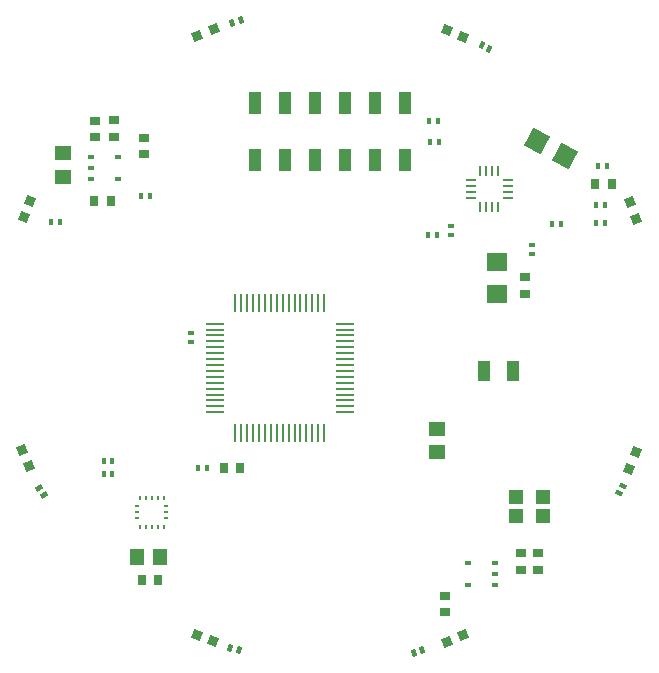
<source format=gbp>
%FSLAX43Y43*%
%MOMM*%
G71*
G01*
G75*
G04 Layer_Color=128*
%ADD10R,0.600X0.400*%
%ADD11R,1.400X1.200*%
%ADD12R,1.300X1.200*%
%ADD13R,0.900X0.800*%
%ADD14R,4.500X4.500*%
%ADD15R,0.280X0.850*%
%ADD16R,0.850X0.280*%
%ADD17R,0.750X2.000*%
%ADD18R,0.800X0.900*%
%ADD19R,0.350X1.000*%
G04:AMPARAMS|DCode=20|XSize=2mm|YSize=1mm|CornerRadius=0.25mm|HoleSize=0mm|Usage=FLASHONLY|Rotation=90.000|XOffset=0mm|YOffset=0mm|HoleType=Round|Shape=RoundedRectangle|*
%AMROUNDEDRECTD20*
21,1,2.000,0.500,0,0,90.0*
21,1,1.500,1.000,0,0,90.0*
1,1,0.500,0.250,0.750*
1,1,0.500,0.250,-0.750*
1,1,0.500,-0.250,-0.750*
1,1,0.500,-0.250,0.750*
%
%ADD20ROUNDEDRECTD20*%
G04:AMPARAMS|DCode=21|XSize=1.5mm|YSize=1mm|CornerRadius=0.25mm|HoleSize=0mm|Usage=FLASHONLY|Rotation=180.000|XOffset=0mm|YOffset=0mm|HoleType=Round|Shape=RoundedRectangle|*
%AMROUNDEDRECTD21*
21,1,1.500,0.500,0,0,180.0*
21,1,1.000,1.000,0,0,180.0*
1,1,0.500,-0.500,0.250*
1,1,0.500,0.500,0.250*
1,1,0.500,0.500,-0.250*
1,1,0.500,-0.500,-0.250*
%
%ADD21ROUNDEDRECTD21*%
%ADD22R,3.200X1.500*%
%ADD23C,0.254*%
%ADD24R,1.350X0.750*%
%ADD25R,0.000X0.750*%
%ADD26R,8.275X0.800*%
%ADD27R,6.096X0.508*%
%ADD28R,3.161X14.453*%
%ADD29R,7.550X1.775*%
%ADD30C,1.200*%
%ADD31C,1.000*%
%ADD32C,0.600*%
%ADD33C,2.000*%
%ADD34R,1.700X1.700*%
%ADD35R,1.000X1.800*%
%ADD36O,1.550X0.250*%
%ADD37O,0.250X1.550*%
%ADD38R,0.250X0.350*%
%ADD39R,0.350X0.250*%
%ADD40R,0.400X0.600*%
%ADD41R,1.000X1.900*%
%ADD42P,1.131X4X337.5*%
%ADD43P,1.131X4X382.5*%
%ADD44P,1.131X4X247.5*%
%ADD45P,1.131X4X292.5*%
%ADD46O,0.850X0.250*%
%ADD47O,0.250X0.850*%
G04:AMPARAMS|DCode=48|XSize=0.4mm|YSize=0.6mm|CornerRadius=0mm|HoleSize=0mm|Usage=FLASHONLY|Rotation=331.875|XOffset=0mm|YOffset=0mm|HoleType=Round|Shape=Rectangle|*
%AMROTATEDRECTD48*
4,1,4,-0.318,-0.170,-0.035,0.359,0.318,0.170,0.035,-0.359,-0.318,-0.170,0.0*
%
%ADD48ROTATEDRECTD48*%

G04:AMPARAMS|DCode=49|XSize=0.4mm|YSize=0.6mm|CornerRadius=0mm|HoleSize=0mm|Usage=FLASHONLY|Rotation=241.875|XOffset=0mm|YOffset=0mm|HoleType=Round|Shape=Rectangle|*
%AMROTATEDRECTD49*
4,1,4,-0.170,0.318,0.359,0.035,0.170,-0.318,-0.359,-0.035,-0.170,0.318,0.0*
%
%ADD49ROTATEDRECTD49*%

G04:AMPARAMS|DCode=50|XSize=0.4mm|YSize=0.6mm|CornerRadius=0mm|HoleSize=0mm|Usage=FLASHONLY|Rotation=196.875|XOffset=0mm|YOffset=0mm|HoleType=Round|Shape=Rectangle|*
%AMROTATEDRECTD50*
4,1,4,0.104,0.345,0.278,-0.229,-0.104,-0.345,-0.278,0.229,0.104,0.345,0.0*
%
%ADD50ROTATEDRECTD50*%

G04:AMPARAMS|DCode=51|XSize=0.4mm|YSize=0.6mm|CornerRadius=0mm|HoleSize=0mm|Usage=FLASHONLY|Rotation=343.125|XOffset=0mm|YOffset=0mm|HoleType=Round|Shape=Rectangle|*
%AMROTATEDRECTD51*
4,1,4,-0.278,-0.229,-0.104,0.345,0.278,0.229,0.104,-0.345,-0.278,-0.229,0.0*
%
%ADD51ROTATEDRECTD51*%

G04:AMPARAMS|DCode=52|XSize=0.4mm|YSize=0.6mm|CornerRadius=0mm|HoleSize=0mm|Usage=FLASHONLY|Rotation=303.750|XOffset=0mm|YOffset=0mm|HoleType=Round|Shape=Rectangle|*
%AMROTATEDRECTD52*
4,1,4,-0.361,-0.000,0.138,0.333,0.361,0.000,-0.138,-0.333,-0.361,-0.000,0.0*
%
%ADD52ROTATEDRECTD52*%

%ADD53R,1.200X1.400*%
%ADD54R,1.700X1.600*%
G04:AMPARAMS|DCode=55|XSize=1.6mm|YSize=1.7mm|CornerRadius=0mm|HoleSize=0mm|Usage=FLASHONLY|Rotation=151.875|XOffset=0mm|YOffset=0mm|HoleType=Round|Shape=Rectangle|*
%AMROTATEDRECTD55*
4,1,4,1.106,0.373,0.305,-1.127,-1.106,-0.373,-0.305,1.127,1.106,0.373,0.0*
%
%ADD55ROTATEDRECTD55*%

%ADD56R,0.025X0.025*%
%ADD57R,0.803X0.603*%
%ADD58R,1.603X1.403*%
%ADD59R,1.503X1.403*%
%ADD60R,1.103X1.003*%
%ADD61R,0.030X0.030*%
%ADD62R,0.483X1.053*%
%ADD63R,1.053X0.483*%
%ADD64R,0.953X2.203*%
%ADD65R,1.003X1.103*%
%ADD66R,0.553X1.203*%
G04:AMPARAMS|DCode=67|XSize=2.203mm|YSize=1.203mm|CornerRadius=0.352mm|HoleSize=0mm|Usage=FLASHONLY|Rotation=90.000|XOffset=0mm|YOffset=0mm|HoleType=Round|Shape=RoundedRectangle|*
%AMROUNDEDRECTD67*
21,1,2.203,0.500,0,0,90.0*
21,1,1.500,1.203,0,0,90.0*
1,1,0.703,0.250,0.750*
1,1,0.703,0.250,-0.750*
1,1,0.703,-0.250,-0.750*
1,1,0.703,-0.250,0.750*
%
%ADD67ROUNDEDRECTD67*%
G04:AMPARAMS|DCode=68|XSize=1.703mm|YSize=1.203mm|CornerRadius=0.352mm|HoleSize=0mm|Usage=FLASHONLY|Rotation=180.000|XOffset=0mm|YOffset=0mm|HoleType=Round|Shape=RoundedRectangle|*
%AMROUNDEDRECTD68*
21,1,1.703,0.500,0,0,180.0*
21,1,1.000,1.203,0,0,180.0*
1,1,0.703,-0.500,0.250*
1,1,0.703,0.500,0.250*
1,1,0.703,0.500,-0.250*
1,1,0.703,-0.500,-0.250*
%
%ADD68ROUNDEDRECTD68*%
%ADD69R,3.403X1.703*%
%ADD70C,1.403*%
%ADD71C,1.203*%
%ADD72C,0.803*%
%ADD73C,2.203*%
%ADD74R,1.203X2.003*%
%ADD75O,1.753X0.453*%
%ADD76O,0.453X1.753*%
%ADD77R,0.453X0.553*%
%ADD78R,0.553X0.453*%
%ADD79R,0.603X0.803*%
%ADD80R,1.203X2.103*%
%ADD81P,1.419X4X337.5*%
%ADD82P,1.419X4X382.5*%
%ADD83P,1.419X4X247.5*%
%ADD84P,1.419X4X292.5*%
%ADD85O,1.053X0.453*%
%ADD86O,0.453X1.053*%
G04:AMPARAMS|DCode=87|XSize=0.603mm|YSize=0.803mm|CornerRadius=0mm|HoleSize=0mm|Usage=FLASHONLY|Rotation=331.875|XOffset=0mm|YOffset=0mm|HoleType=Round|Shape=Rectangle|*
%AMROTATEDRECTD87*
4,1,4,-0.455,-0.212,-0.077,0.496,0.455,0.212,0.077,-0.496,-0.455,-0.212,0.0*
%
%ADD87ROTATEDRECTD87*%

G04:AMPARAMS|DCode=88|XSize=0.603mm|YSize=0.803mm|CornerRadius=0mm|HoleSize=0mm|Usage=FLASHONLY|Rotation=241.875|XOffset=0mm|YOffset=0mm|HoleType=Round|Shape=Rectangle|*
%AMROTATEDRECTD88*
4,1,4,-0.212,0.455,0.496,0.077,0.212,-0.455,-0.496,-0.077,-0.212,0.455,0.0*
%
%ADD88ROTATEDRECTD88*%

G04:AMPARAMS|DCode=89|XSize=0.603mm|YSize=0.803mm|CornerRadius=0mm|HoleSize=0mm|Usage=FLASHONLY|Rotation=196.875|XOffset=0mm|YOffset=0mm|HoleType=Round|Shape=Rectangle|*
%AMROTATEDRECTD89*
4,1,4,0.172,0.472,0.405,-0.297,-0.172,-0.472,-0.405,0.297,0.172,0.472,0.0*
%
%ADD89ROTATEDRECTD89*%

G04:AMPARAMS|DCode=90|XSize=0.603mm|YSize=0.803mm|CornerRadius=0mm|HoleSize=0mm|Usage=FLASHONLY|Rotation=343.125|XOffset=0mm|YOffset=0mm|HoleType=Round|Shape=Rectangle|*
%AMROTATEDRECTD90*
4,1,4,-0.405,-0.297,-0.172,0.472,0.405,0.297,0.172,-0.472,-0.405,-0.297,0.0*
%
%ADD90ROTATEDRECTD90*%

G04:AMPARAMS|DCode=91|XSize=0.603mm|YSize=0.803mm|CornerRadius=0mm|HoleSize=0mm|Usage=FLASHONLY|Rotation=303.750|XOffset=0mm|YOffset=0mm|HoleType=Round|Shape=Rectangle|*
%AMROTATEDRECTD91*
4,1,4,-0.501,0.028,0.166,0.474,0.501,-0.028,-0.166,-0.474,-0.501,0.028,0.0*
%
%ADD91ROTATEDRECTD91*%

%ADD92R,1.403X1.603*%
%ADD93R,1.903X1.803*%
G04:AMPARAMS|DCode=94|XSize=1.803mm|YSize=1.903mm|CornerRadius=0mm|HoleSize=0mm|Usage=FLASHONLY|Rotation=151.875|XOffset=0mm|YOffset=0mm|HoleType=Round|Shape=Rectangle|*
%AMROTATEDRECTD94*
4,1,4,1.244,0.414,0.347,-1.264,-1.244,-0.414,-0.347,1.264,1.244,0.414,0.0*
%
%ADD94ROTATEDRECTD94*%

D10*
X-11825Y175D02*
D03*
Y-575D02*
D03*
X13950Y-19250D02*
D03*
Y-20200D02*
D03*
Y-21150D02*
D03*
X11650D02*
D03*
Y-19250D02*
D03*
X-20300Y13225D02*
D03*
Y14175D02*
D03*
Y15125D02*
D03*
X-18000D02*
D03*
Y13225D02*
D03*
X10250Y9275D02*
D03*
Y8525D02*
D03*
X17100Y7675D02*
D03*
Y6925D02*
D03*
D11*
X-22600Y15425D02*
D03*
Y13425D02*
D03*
X9025Y-7900D02*
D03*
Y-9900D02*
D03*
D12*
X15734Y-13698D02*
D03*
X18034D02*
D03*
Y-15298D02*
D03*
X15734D02*
D03*
D13*
X9700Y-23450D02*
D03*
X9700Y-22050D02*
D03*
X-15775Y16750D02*
D03*
Y15350D02*
D03*
X-18325Y16825D02*
D03*
Y18225D02*
D03*
X-19950Y16800D02*
D03*
Y18200D02*
D03*
X16475Y3525D02*
D03*
X16475Y4925D02*
D03*
X16175Y-19825D02*
D03*
Y-18425D02*
D03*
X17600Y-19850D02*
D03*
Y-18450D02*
D03*
D18*
X-14550Y-20725D02*
D03*
X-15950D02*
D03*
X-20000Y11375D02*
D03*
X-18600D02*
D03*
X23825Y12825D02*
D03*
X22425D02*
D03*
X-7625Y-11250D02*
D03*
X-9025Y-11250D02*
D03*
D35*
X15509Y-2974D02*
D03*
X13009D02*
D03*
D36*
X-9800Y1000D02*
D03*
X-9800Y500D02*
D03*
X-9800Y0D02*
D03*
X-9800Y-500D02*
D03*
X-9800Y-1000D02*
D03*
Y-1500D02*
D03*
X-9800Y-2000D02*
D03*
Y-2500D02*
D03*
X-9800Y-3000D02*
D03*
Y-3500D02*
D03*
Y-4000D02*
D03*
Y-4500D02*
D03*
Y-5000D02*
D03*
X-9800Y-5500D02*
D03*
Y-6000D02*
D03*
X-9800Y-6500D02*
D03*
X1250Y-6500D02*
D03*
X1250Y-6000D02*
D03*
X1250Y-5500D02*
D03*
X1250Y-5000D02*
D03*
X1250Y-4500D02*
D03*
X1250Y-4000D02*
D03*
Y-3500D02*
D03*
X1250Y-3000D02*
D03*
X1250Y-2500D02*
D03*
X1250Y-2000D02*
D03*
X1250Y-1500D02*
D03*
Y-1000D02*
D03*
X1250Y-500D02*
D03*
X1250Y-0D02*
D03*
Y500D02*
D03*
X1250Y1000D02*
D03*
D37*
X-8025Y-8275D02*
D03*
X-7525Y-8275D02*
D03*
X-7025Y-8275D02*
D03*
X-6525D02*
D03*
X-6025D02*
D03*
X-5525D02*
D03*
X-5025D02*
D03*
X-4525Y-8275D02*
D03*
X-4025D02*
D03*
X-3525Y-8275D02*
D03*
X-3025Y-8275D02*
D03*
X-2525Y-8275D02*
D03*
X-2025Y-8275D02*
D03*
X-1525Y-8275D02*
D03*
X-1025D02*
D03*
X-525Y-8275D02*
D03*
X-525Y2775D02*
D03*
X-1025D02*
D03*
X-1525Y2775D02*
D03*
X-2025Y2775D02*
D03*
X-2525D02*
D03*
X-3025D02*
D03*
X-3525Y2775D02*
D03*
X-4025D02*
D03*
X-4525Y2775D02*
D03*
X-5025Y2775D02*
D03*
X-5525Y2775D02*
D03*
X-6025D02*
D03*
X-6525Y2775D02*
D03*
X-7025Y2775D02*
D03*
X-7525D02*
D03*
X-8025Y2775D02*
D03*
D38*
X-16100Y-13725D02*
D03*
X-15600D02*
D03*
X-15100D02*
D03*
X-14600Y-13725D02*
D03*
X-14100D02*
D03*
X-14100Y-16175D02*
D03*
X-14600D02*
D03*
X-15100D02*
D03*
X-15600D02*
D03*
X-16100Y-16175D02*
D03*
D39*
X-13875Y-14450D02*
D03*
X-13875Y-14950D02*
D03*
Y-15450D02*
D03*
X-16325D02*
D03*
Y-14950D02*
D03*
Y-14450D02*
D03*
D40*
X-11225Y-11250D02*
D03*
X-10475D02*
D03*
X23275Y9500D02*
D03*
X22525D02*
D03*
X-23650Y9625D02*
D03*
X-22900Y9625D02*
D03*
X-16050Y11800D02*
D03*
X-15300D02*
D03*
X23250Y11075D02*
D03*
X22500D02*
D03*
X-18450Y-10600D02*
D03*
X-19200D02*
D03*
X-18450Y-11725D02*
D03*
X-19200Y-11725D02*
D03*
X19550Y9475D02*
D03*
X18800D02*
D03*
X8300Y8500D02*
D03*
X9050D02*
D03*
X9150Y18175D02*
D03*
X8400D02*
D03*
X9200Y16350D02*
D03*
X8450D02*
D03*
X23400Y14350D02*
D03*
X22650D02*
D03*
D41*
X-6350Y14850D02*
D03*
X-3810D02*
D03*
X-1270D02*
D03*
X1270D02*
D03*
X3810D02*
D03*
X6350D02*
D03*
Y19676D02*
D03*
X3810D02*
D03*
X1270D02*
D03*
X-1270D02*
D03*
X-3810D02*
D03*
X-6350D02*
D03*
D42*
X-26069Y-9692D02*
D03*
X-25495Y-11078D02*
D03*
X25345Y11266D02*
D03*
X25919Y9880D02*
D03*
D43*
X-11318Y-25323D02*
D03*
X-9932Y-25897D02*
D03*
X9891Y25858D02*
D03*
X11277Y25284D02*
D03*
D44*
X11266Y-25345D02*
D03*
X9880Y-25919D02*
D03*
X-11266Y25345D02*
D03*
X-9880Y25919D02*
D03*
D45*
X25858Y-9891D02*
D03*
X25284Y-11277D02*
D03*
X-25396Y11389D02*
D03*
X-25970Y10003D02*
D03*
D46*
X15050Y11650D02*
D03*
Y12150D02*
D03*
Y12650D02*
D03*
Y13150D02*
D03*
X11925Y13150D02*
D03*
X11925Y12650D02*
D03*
X11925Y12150D02*
D03*
X11925Y11650D02*
D03*
D47*
X14200Y13950D02*
D03*
X13700D02*
D03*
X13200Y13950D02*
D03*
X12700D02*
D03*
Y10850D02*
D03*
X13200D02*
D03*
X13700D02*
D03*
X14200Y10850D02*
D03*
D48*
X12814Y24579D02*
D03*
X13475Y24225D02*
D03*
D49*
X24804Y-12714D02*
D03*
X24450Y-13375D02*
D03*
D50*
X7768Y-26657D02*
D03*
X7050Y-26875D02*
D03*
X-8293Y26482D02*
D03*
X-7575Y26700D02*
D03*
D51*
X-8465Y-26452D02*
D03*
X-7747Y-26670D02*
D03*
D52*
X-24642Y-12876D02*
D03*
X-24225Y-13500D02*
D03*
D53*
X-16375Y-18775D02*
D03*
X-14375D02*
D03*
D54*
X14150Y3550D02*
D03*
Y6250D02*
D03*
D55*
X17500Y16450D02*
D03*
X19881Y15177D02*
D03*
M02*

</source>
